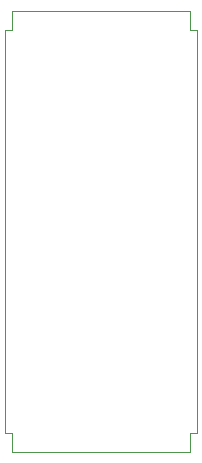
<source format=gbr>
G04 #@! TF.GenerationSoftware,KiCad,Pcbnew,5.1.4-e60b266~84~ubuntu19.04.1*
G04 #@! TF.CreationDate,2019-08-12T19:04:04-04:00*
G04 #@! TF.ProjectId,pcb2molex8878,70636232-6d6f-46c6-9578-383837382e6b,rev?*
G04 #@! TF.SameCoordinates,Original*
G04 #@! TF.FileFunction,Profile,NP*
%FSLAX46Y46*%
G04 Gerber Fmt 4.6, Leading zero omitted, Abs format (unit mm)*
G04 Created by KiCad (PCBNEW 5.1.4-e60b266~84~ubuntu19.04.1) date 2019-08-12 19:04:04*
%MOMM*%
%LPD*%
G04 APERTURE LIST*
%ADD10C,0.025400*%
G04 APERTURE END LIST*
D10*
X139674600Y-117830600D02*
X139674600Y-116255800D01*
X154762200Y-117830600D02*
X139674600Y-117830600D01*
X154762200Y-116255800D02*
X154762200Y-117830600D01*
X155346400Y-116255800D02*
X154762200Y-116255800D01*
X155346400Y-82118200D02*
X155346400Y-116255800D01*
X154762200Y-82118200D02*
X155346400Y-82118200D01*
X154762200Y-80543400D02*
X154762200Y-82118200D01*
X139674600Y-80543400D02*
X154762200Y-80543400D01*
X139674600Y-82118200D02*
X139674600Y-80543400D01*
X139090400Y-82118200D02*
X139674600Y-82118200D01*
X139090400Y-116255800D02*
X139090400Y-82118200D01*
X139674600Y-116255800D02*
X139090400Y-116255800D01*
M02*

</source>
